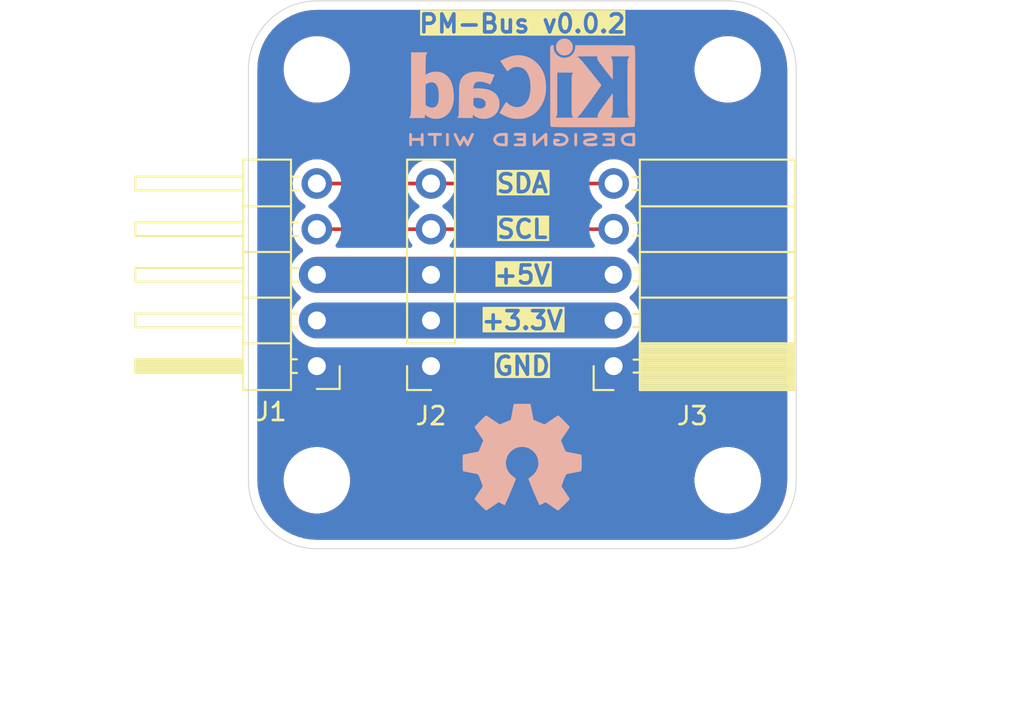
<source format=kicad_pcb>
(kicad_pcb (version 20240108) (generator "pcbnew") (generator_version "8.0")
  (title_block (title "${article} v${version}"))
  (layers (0 "F.Cu" signal) (31 "B.Cu" signal) (34 "B.Paste" user) (35 "F.Paste" user) (36 "B.SilkS" user "B.Silkscreen") (37 "F.SilkS" user "F.Silkscreen") (38 "B.Mask" user) (39 "F.Mask" user) (44 "Edge.Cuts" user))
  (property "article" "PM-Bus")
  (property "version" "0.0.2")
  (net 0 "")
  (net 1 "+5V")
  (net 2 "GND")
  (net 3 "+3.3V")
  (net 4 "Net-(J1-Pin_4)")
  (net 5 "Net-(J1-Pin_5)")
  (footprint "MountingHole:MountingHole_3.2mm_M3" (layer "F.Cu") (at 64.77 80.01)
    (property "Reference" "H1" (hide yes))
    (property "Value" "MountingHole")
    (pad "" np_thru_hole circle (at 0 0) (size 3.2 3.2) (drill 3.2) (layers "*.Cu" "*.Mask"))
  )
  (footprint "Connector_PinSocket_2.54mm:PinSocket_1x05_P2.54mm_Vertical" (layer "F.Cu") (at 71.12 96.52 180)
    (property "Reference" "J2" (at 0 -2.77 0) (layer "F.SilkS"))
    (property "Value" "FemaleHeader_01x05_P2.54_THT_straight")
    (pad "1" thru_hole rect (at 0 0 180) (size 1.7 1.7) (drill 1) (layers "*.Cu" "*.Mask") (net 2 "GND"))
    (pad "2" thru_hole oval (at 0 2.54 180) (size 1.7 1.7) (drill 1) (layers "*.Cu" "*.Mask") (net 3 "+3.3V"))
    (pad "3" thru_hole oval (at 0 5.08 180) (size 1.7 1.7) (drill 1) (layers "*.Cu" "*.Mask") (net 1 "+5V"))
    (pad "4" thru_hole oval (at 0 7.62 180) (size 1.7 1.7) (drill 1) (layers "*.Cu" "*.Mask") (net 4 "Net-(J1-Pin_4)"))
    (pad "5" thru_hole oval (at 0 10.16 180) (size 1.7 1.7) (drill 1) (layers "*.Cu" "*.Mask") (net 5 "Net-(J1-Pin_5)"))
  )
  (footprint "MountingHole:MountingHole_3.2mm_M3" (layer "F.Cu") (at 87.63 102.87)
    (property "Reference" "H3" (hide yes))
    (property "Value" "MountingHole")
    (pad "" np_thru_hole circle (at 0 0) (size 3.2 3.2) (drill 3.2) (layers "*.Cu" "*.Mask"))
  )
  (footprint "Connector_PinSocket_2.54mm:PinSocket_1x05_P2.54mm_Horizontal" (layer "F.Cu") (at 81.28 96.52 180)
    (property "Reference" "J3" (at -4.38 -2.77 0) (layer "F.SilkS"))
    (property "Value" "FemaleHeader_01x05_P2.54_THT_angle")
    (pad "1" thru_hole rect (at 0 0 180) (size 1.7 1.7) (drill 1) (layers "*.Cu" "*.Mask") (net 2 "GND"))
    (pad "2" thru_hole oval (at 0 2.54 180) (size 1.7 1.7) (drill 1) (layers "*.Cu" "*.Mask") (net 3 "+3.3V"))
    (pad "3" thru_hole oval (at 0 5.08 180) (size 1.7 1.7) (drill 1) (layers "*.Cu" "*.Mask") (net 1 "+5V"))
    (pad "4" thru_hole oval (at 0 7.62 180) (size 1.7 1.7) (drill 1) (layers "*.Cu" "*.Mask") (net 4 "Net-(J1-Pin_4)"))
    (pad "5" thru_hole oval (at 0 10.16 180) (size 1.7 1.7) (drill 1) (layers "*.Cu" "*.Mask") (net 5 "Net-(J1-Pin_5)"))
  )
  (footprint "MountingHole:MountingHole_3.2mm_M3" (layer "F.Cu") (at 87.63 80.01)
    (property "Reference" "H2" (hide yes))
    (property "Value" "MountingHole")
    (pad "" np_thru_hole circle (at 0 0) (size 3.2 3.2) (drill 3.2) (layers "*.Cu" "*.Mask"))
  )
  (footprint "MountingHole:MountingHole_3.2mm_M3" (layer "F.Cu") (at 64.77 102.87)
    (property "Reference" "H4" (hide yes))
    (property "Value" "MountingHole")
    (pad "" np_thru_hole circle (at 0 0) (size 3.2 3.2) (drill 3.2) (layers "*.Cu" "*.Mask"))
  )
  (footprint "Connector_PinHeader_2.54mm:PinHeader_1x05_P2.54mm_Horizontal" (layer "F.Cu") (at 64.77 96.52 180)
    (property "Reference" "J1" (at 2.54 -2.54 0) (layer "F.SilkS"))
    (property "Value" "PinHeader_01x05_P2.54_THT_angle")
    (pad "1" thru_hole rect (at 0 0 180) (size 1.7 1.7) (drill 1) (layers "*.Cu" "*.Mask") (net 2 "GND"))
    (pad "2" thru_hole oval (at 0 2.54 180) (size 1.7 1.7) (drill 1) (layers "*.Cu" "*.Mask") (net 3 "+3.3V"))
    (pad "3" thru_hole oval (at 0 5.08 180) (size 1.7 1.7) (drill 1) (layers "*.Cu" "*.Mask") (net 1 "+5V"))
    (pad "4" thru_hole oval (at 0 7.62 180) (size 1.7 1.7) (drill 1) (layers "*.Cu" "*.Mask") (net 4 "Net-(J1-Pin_4)"))
    (pad "5" thru_hole oval (at 0 10.16 180) (size 1.7 1.7) (drill 1) (layers "*.Cu" "*.Mask") (net 5 "Net-(J1-Pin_5)"))
  )
  (footprint "Symbol:KiCad-Logo2_5mm_SilkScreen" (layer "B.Cu") (at 76.2 81.28 180)
    (property "Reference" "Logo_kicad" (hide yes))
    (property "Value" "KiCad-Logo2_5mm_SilkScreen" (hide yes))
  )
  (footprint "Symbol:OSHW-Symbol_6.7x6mm_SilkScreen" (layer "B.Cu") (at 76.2 101.6 180)
    (property "Reference" "REF**" (hide yes))
    (property "Value" "OSHW-Symbol_6.7x6mm_SilkScreen" (hide yes))
  )
  (gr_line (start 64.77 76.2) (end 87.63 76.2) (stroke (width 0.05)) (layer "Edge.Cuts"))
  (gr_arc (start 91.44 102.87) (mid 90.324077 105.564077) (end 87.63 106.68) (stroke (width 0.05)) (layer "Edge.Cuts"))
  (gr_arc (start 60.96 80.01) (mid 62.075923 77.315923) (end 64.77 76.2) (stroke (width 0.05)) (layer "Edge.Cuts"))
  (gr_line (start 87.63 106.68) (end 64.77 106.68) (stroke (width 0.05)) (layer "Edge.Cuts"))
  (gr_arc (start 87.63 76.2) (mid 90.324077 77.315923) (end 91.44 80.01) (stroke (width 0.05)) (layer "Edge.Cuts"))
  (gr_arc (start 64.77 106.68) (mid 62.075923 105.564077) (end 60.96 102.87) (stroke (width 0.05)) (layer "Edge.Cuts"))
  (gr_line (start 91.44 80.01) (end 91.44 102.87) (stroke (width 0.05)) (layer "Edge.Cuts"))
  (gr_line (start 60.96 102.87) (end 60.96 80.01) (stroke (width 0.05)) (layer "Edge.Cuts"))
  (gr_text "+3.3V" (at 76.2 93.98 0) (layer "F.SilkS" knockout) (effects (font (size 1 1) (thickness 0.2) (bold yes))))
  (gr_text "${article} v${version}" (at 76.2 77.47 0) (layer "F.SilkS" knockout) (effects (font (size 1 1) (thickness 0.2) (bold yes))))
  (gr_text "SCL" (at 76.2 88.9 0) (layer "F.SilkS" knockout) (effects (font (size 1 1) (thickness 0.2) (bold yes))))
  (gr_text "GND" (at 76.2 96.52 0) (layer "F.SilkS" knockout) (effects (font (size 1 1) (thickness 0.2) (bold yes))))
  (gr_text "SDA" (at 76.2 86.36 0) (layer "F.SilkS" knockout) (effects (font (size 1 1) (thickness 0.2) (bold yes))))
  (gr_text "+5V" (at 76.2 91.44 0) (layer "F.SilkS" knockout) (effects (font (size 1 1) (thickness 0.2) (bold yes))))
  (segment (start 64.77 91.44) (end 81.28 91.44) (width 2) (layer "F.Cu") (net 1))
  (segment (start 64.77 91.44) (end 81.28 91.44) (width 2) (layer "B.Cu") (net 1))
  (segment (start 64.77 93.98) (end 81.28 93.98) (width 2) (layer "F.Cu") (net 3))
  (segment (start 64.77 93.98) (end 81.28 93.98) (width 2) (layer "B.Cu") (net 3))
  (segment (start 64.77 88.9) (end 81.28 88.9) (width 0.2) (layer "F.Cu") (net 4))
  (segment (start 64.77 86.36) (end 81.28 86.36) (width 0.2) (layer "F.Cu") (net 5))
  (zone (net 2) (net_name "GND") (layers "F&B.Cu") (connect_pads yes (clearance 0.5)) (min_thickness 0.25) (fill yes (thermal_gap 0.5) (thermal_bridge_width 0.5))
    (polygon (pts (xy 60.96 76.2) (xy 91.44 76.2) (xy 91.44 106.68) (xy 60.96 106.68)))
  )
)
</source>
